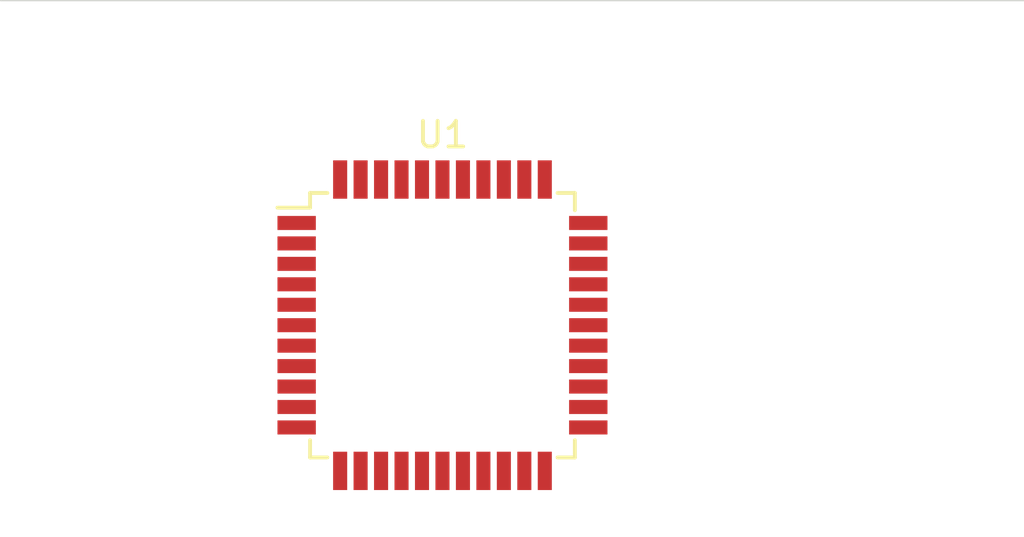
<source format=kicad_pcb>
(kicad_pcb (version 20171130) (host pcbnew 5.1.6-c6e7f7d~87~ubuntu18.04.1)

  (general
    (thickness 1.6)
    (drawings 1)
    (tracks 0)
    (zones 0)
    (modules 1)
    (nets 3)
  )

  (page A4)
  (layers
    (0 F.Cu signal)
    (31 B.Cu signal)
    (32 B.Adhes user)
    (33 F.Adhes user)
    (34 B.Paste user)
    (35 F.Paste user)
    (36 B.SilkS user)
    (37 F.SilkS user)
    (38 B.Mask user)
    (39 F.Mask user)
    (40 Dwgs.User user)
    (41 Cmts.User user)
    (42 Eco1.User user)
    (43 Eco2.User user)
    (44 Edge.Cuts user)
    (45 Margin user)
    (46 B.CrtYd user)
    (47 F.CrtYd user)
    (48 B.Fab user)
    (49 F.Fab user)
  )

  (setup
    (last_trace_width 0.25)
    (trace_clearance 0.2)
    (zone_clearance 0.508)
    (zone_45_only no)
    (trace_min 0.2)
    (via_size 0.8)
    (via_drill 0.4)
    (via_min_size 0.4)
    (via_min_drill 0.3)
    (uvia_size 0.3)
    (uvia_drill 0.1)
    (uvias_allowed no)
    (uvia_min_size 0.2)
    (uvia_min_drill 0.1)
    (edge_width 0.05)
    (segment_width 0.2)
    (pcb_text_width 0.3)
    (pcb_text_size 1.5 1.5)
    (mod_edge_width 0.12)
    (mod_text_size 1 1)
    (mod_text_width 0.15)
    (pad_size 1.524 1.524)
    (pad_drill 0.762)
    (pad_to_mask_clearance 0.05)
    (aux_axis_origin 0 0)
    (visible_elements FFFFFF7F)
    (pcbplotparams
      (layerselection 0x010fc_ffffffff)
      (usegerberextensions false)
      (usegerberattributes true)
      (usegerberadvancedattributes true)
      (creategerberjobfile true)
      (excludeedgelayer true)
      (linewidth 0.100000)
      (plotframeref false)
      (viasonmask false)
      (mode 1)
      (useauxorigin false)
      (hpglpennumber 1)
      (hpglpenspeed 20)
      (hpglpendiameter 15.000000)
      (psnegative false)
      (psa4output false)
      (plotreference true)
      (plotvalue true)
      (plotinvisibletext false)
      (padsonsilk false)
      (subtractmaskfromsilk false)
      (outputformat 1)
      (mirror false)
      (drillshape 1)
      (scaleselection 1)
      (outputdirectory ""))
  )

  (net 0 "")
  (net 1 "Net-(U1-Pad18)")
  (net 2 "Net-(U1-Pad17)")

  (net_class Default "This is the default net class."
    (clearance 0.2)
    (trace_width 0.25)
    (via_dia 0.8)
    (via_drill 0.4)
    (uvia_dia 0.3)
    (uvia_drill 0.1)
    (add_net "Net-(U1-Pad1)")
    (add_net "Net-(U1-Pad10)")
    (add_net "Net-(U1-Pad11)")
    (add_net "Net-(U1-Pad12)")
    (add_net "Net-(U1-Pad13)")
    (add_net "Net-(U1-Pad14)")
    (add_net "Net-(U1-Pad15)")
    (add_net "Net-(U1-Pad16)")
    (add_net "Net-(U1-Pad17)")
    (add_net "Net-(U1-Pad18)")
    (add_net "Net-(U1-Pad19)")
    (add_net "Net-(U1-Pad2)")
    (add_net "Net-(U1-Pad20)")
    (add_net "Net-(U1-Pad21)")
    (add_net "Net-(U1-Pad22)")
    (add_net "Net-(U1-Pad23)")
    (add_net "Net-(U1-Pad24)")
    (add_net "Net-(U1-Pad25)")
    (add_net "Net-(U1-Pad26)")
    (add_net "Net-(U1-Pad27)")
    (add_net "Net-(U1-Pad29)")
    (add_net "Net-(U1-Pad3)")
    (add_net "Net-(U1-Pad30)")
    (add_net "Net-(U1-Pad31)")
    (add_net "Net-(U1-Pad32)")
    (add_net "Net-(U1-Pad33)")
    (add_net "Net-(U1-Pad34)")
    (add_net "Net-(U1-Pad35)")
    (add_net "Net-(U1-Pad36)")
    (add_net "Net-(U1-Pad37)")
    (add_net "Net-(U1-Pad4)")
    (add_net "Net-(U1-Pad40)")
    (add_net "Net-(U1-Pad41)")
    (add_net "Net-(U1-Pad42)")
    (add_net "Net-(U1-Pad43)")
    (add_net "Net-(U1-Pad44)")
    (add_net "Net-(U1-Pad7)")
    (add_net "Net-(U1-Pad8)")
    (add_net "Net-(U1-Pad9)")
  )

  (module Package_QFP:TQFP-44_10x10mm_P0.8mm (layer F.Cu) (tedit 5A02F146) (tstamp 60590617)
    (at 40.132 36.322)
    (descr "44-Lead Plastic Thin Quad Flatpack (PT) - 10x10x1.0 mm Body [TQFP] (see Microchip Packaging Specification 00000049BS.pdf)")
    (tags "QFP 0.8")
    (path /60590769)
    (attr smd)
    (fp_text reference U1 (at 0 -7.45) (layer F.SilkS)
      (effects (font (size 1 1) (thickness 0.15)))
    )
    (fp_text value ATmega1284P-AU (at 0 7.45) (layer F.Fab)
      (effects (font (size 1 1) (thickness 0.15)))
    )
    (fp_text user %R (at 0 0) (layer F.Fab)
      (effects (font (size 1 1) (thickness 0.15)))
    )
    (fp_line (start -4 -5) (end 5 -5) (layer F.Fab) (width 0.15))
    (fp_line (start 5 -5) (end 5 5) (layer F.Fab) (width 0.15))
    (fp_line (start 5 5) (end -5 5) (layer F.Fab) (width 0.15))
    (fp_line (start -5 5) (end -5 -4) (layer F.Fab) (width 0.15))
    (fp_line (start -5 -4) (end -4 -5) (layer F.Fab) (width 0.15))
    (fp_line (start -6.7 -6.7) (end -6.7 6.7) (layer F.CrtYd) (width 0.05))
    (fp_line (start 6.7 -6.7) (end 6.7 6.7) (layer F.CrtYd) (width 0.05))
    (fp_line (start -6.7 -6.7) (end 6.7 -6.7) (layer F.CrtYd) (width 0.05))
    (fp_line (start -6.7 6.7) (end 6.7 6.7) (layer F.CrtYd) (width 0.05))
    (fp_line (start -5.175 -5.175) (end -5.175 -4.6) (layer F.SilkS) (width 0.15))
    (fp_line (start 5.175 -5.175) (end 5.175 -4.5) (layer F.SilkS) (width 0.15))
    (fp_line (start 5.175 5.175) (end 5.175 4.5) (layer F.SilkS) (width 0.15))
    (fp_line (start -5.175 5.175) (end -5.175 4.5) (layer F.SilkS) (width 0.15))
    (fp_line (start -5.175 -5.175) (end -4.5 -5.175) (layer F.SilkS) (width 0.15))
    (fp_line (start -5.175 5.175) (end -4.5 5.175) (layer F.SilkS) (width 0.15))
    (fp_line (start 5.175 5.175) (end 4.5 5.175) (layer F.SilkS) (width 0.15))
    (fp_line (start 5.175 -5.175) (end 4.5 -5.175) (layer F.SilkS) (width 0.15))
    (fp_line (start -5.175 -4.6) (end -6.45 -4.6) (layer F.SilkS) (width 0.15))
    (pad 44 smd rect (at -4 -5.7 90) (size 1.5 0.55) (layers F.Cu F.Paste F.Mask))
    (pad 43 smd rect (at -3.2 -5.7 90) (size 1.5 0.55) (layers F.Cu F.Paste F.Mask))
    (pad 42 smd rect (at -2.4 -5.7 90) (size 1.5 0.55) (layers F.Cu F.Paste F.Mask))
    (pad 41 smd rect (at -1.6 -5.7 90) (size 1.5 0.55) (layers F.Cu F.Paste F.Mask))
    (pad 40 smd rect (at -0.8 -5.7 90) (size 1.5 0.55) (layers F.Cu F.Paste F.Mask))
    (pad 39 smd rect (at 0 -5.7 90) (size 1.5 0.55) (layers F.Cu F.Paste F.Mask)
      (net 1 "Net-(U1-Pad18)"))
    (pad 38 smd rect (at 0.8 -5.7 90) (size 1.5 0.55) (layers F.Cu F.Paste F.Mask)
      (net 2 "Net-(U1-Pad17)"))
    (pad 37 smd rect (at 1.6 -5.7 90) (size 1.5 0.55) (layers F.Cu F.Paste F.Mask))
    (pad 36 smd rect (at 2.4 -5.7 90) (size 1.5 0.55) (layers F.Cu F.Paste F.Mask))
    (pad 35 smd rect (at 3.2 -5.7 90) (size 1.5 0.55) (layers F.Cu F.Paste F.Mask))
    (pad 34 smd rect (at 4 -5.7 90) (size 1.5 0.55) (layers F.Cu F.Paste F.Mask))
    (pad 33 smd rect (at 5.7 -4) (size 1.5 0.55) (layers F.Cu F.Paste F.Mask))
    (pad 32 smd rect (at 5.7 -3.2) (size 1.5 0.55) (layers F.Cu F.Paste F.Mask))
    (pad 31 smd rect (at 5.7 -2.4) (size 1.5 0.55) (layers F.Cu F.Paste F.Mask))
    (pad 30 smd rect (at 5.7 -1.6) (size 1.5 0.55) (layers F.Cu F.Paste F.Mask))
    (pad 29 smd rect (at 5.7 -0.8) (size 1.5 0.55) (layers F.Cu F.Paste F.Mask))
    (pad 28 smd rect (at 5.7 0) (size 1.5 0.55) (layers F.Cu F.Paste F.Mask)
      (net 1 "Net-(U1-Pad18)"))
    (pad 27 smd rect (at 5.7 0.8) (size 1.5 0.55) (layers F.Cu F.Paste F.Mask))
    (pad 26 smd rect (at 5.7 1.6) (size 1.5 0.55) (layers F.Cu F.Paste F.Mask))
    (pad 25 smd rect (at 5.7 2.4) (size 1.5 0.55) (layers F.Cu F.Paste F.Mask))
    (pad 24 smd rect (at 5.7 3.2) (size 1.5 0.55) (layers F.Cu F.Paste F.Mask))
    (pad 23 smd rect (at 5.7 4) (size 1.5 0.55) (layers F.Cu F.Paste F.Mask))
    (pad 22 smd rect (at 4 5.7 90) (size 1.5 0.55) (layers F.Cu F.Paste F.Mask))
    (pad 21 smd rect (at 3.2 5.7 90) (size 1.5 0.55) (layers F.Cu F.Paste F.Mask))
    (pad 20 smd rect (at 2.4 5.7 90) (size 1.5 0.55) (layers F.Cu F.Paste F.Mask))
    (pad 19 smd rect (at 1.6 5.7 90) (size 1.5 0.55) (layers F.Cu F.Paste F.Mask))
    (pad 18 smd rect (at 0.8 5.7 90) (size 1.5 0.55) (layers F.Cu F.Paste F.Mask)
      (net 1 "Net-(U1-Pad18)"))
    (pad 17 smd rect (at 0 5.7 90) (size 1.5 0.55) (layers F.Cu F.Paste F.Mask)
      (net 2 "Net-(U1-Pad17)"))
    (pad 16 smd rect (at -0.8 5.7 90) (size 1.5 0.55) (layers F.Cu F.Paste F.Mask))
    (pad 15 smd rect (at -1.6 5.7 90) (size 1.5 0.55) (layers F.Cu F.Paste F.Mask))
    (pad 14 smd rect (at -2.4 5.7 90) (size 1.5 0.55) (layers F.Cu F.Paste F.Mask))
    (pad 13 smd rect (at -3.2 5.7 90) (size 1.5 0.55) (layers F.Cu F.Paste F.Mask))
    (pad 12 smd rect (at -4 5.7 90) (size 1.5 0.55) (layers F.Cu F.Paste F.Mask))
    (pad 11 smd rect (at -5.7 4) (size 1.5 0.55) (layers F.Cu F.Paste F.Mask))
    (pad 10 smd rect (at -5.7 3.2) (size 1.5 0.55) (layers F.Cu F.Paste F.Mask))
    (pad 9 smd rect (at -5.7 2.4) (size 1.5 0.55) (layers F.Cu F.Paste F.Mask))
    (pad 8 smd rect (at -5.7 1.6) (size 1.5 0.55) (layers F.Cu F.Paste F.Mask))
    (pad 7 smd rect (at -5.7 0.8) (size 1.5 0.55) (layers F.Cu F.Paste F.Mask))
    (pad 6 smd rect (at -5.7 0) (size 1.5 0.55) (layers F.Cu F.Paste F.Mask)
      (net 1 "Net-(U1-Pad18)"))
    (pad 5 smd rect (at -5.7 -0.8) (size 1.5 0.55) (layers F.Cu F.Paste F.Mask)
      (net 2 "Net-(U1-Pad17)"))
    (pad 4 smd rect (at -5.7 -1.6) (size 1.5 0.55) (layers F.Cu F.Paste F.Mask))
    (pad 3 smd rect (at -5.7 -2.4) (size 1.5 0.55) (layers F.Cu F.Paste F.Mask))
    (pad 2 smd rect (at -5.7 -3.2) (size 1.5 0.55) (layers F.Cu F.Paste F.Mask))
    (pad 1 smd rect (at -5.7 -4) (size 1.5 0.55) (layers F.Cu F.Paste F.Mask))
    (model ${KISYS3DMOD}/Package_QFP.3dshapes/TQFP-44_10x10mm_P0.8mm.wrl
      (at (xyz 0 0 0))
      (scale (xyz 1 1 1))
      (rotate (xyz 0 0 0))
    )
  )

  (gr_line (start 22.86 23.622) (end 62.86 23.622) (layer Edge.Cuts) (width 0.05))

)

</source>
